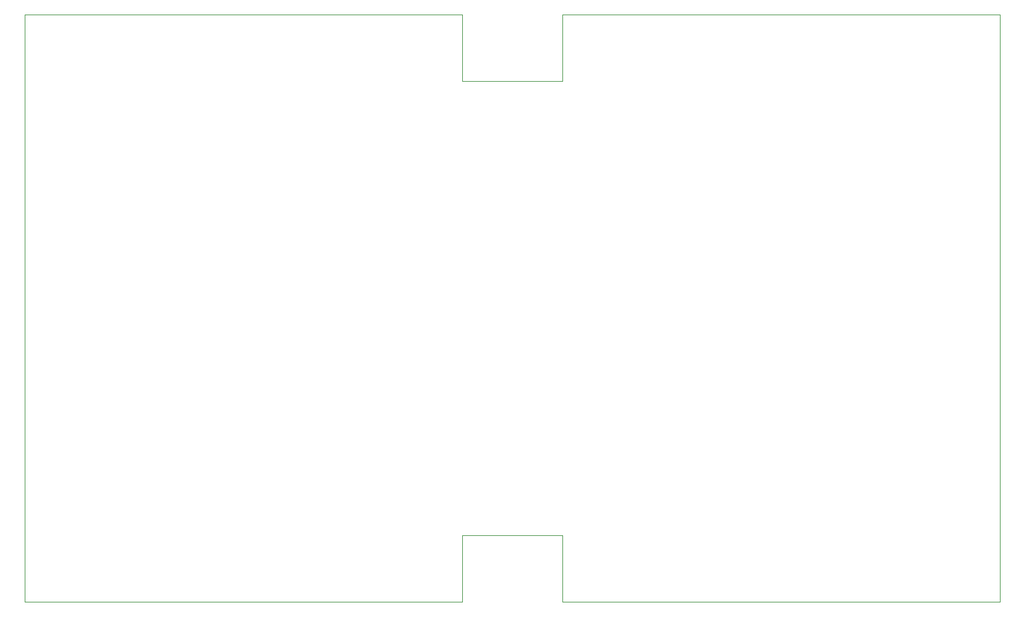
<source format=gbr>
%TF.GenerationSoftware,KiCad,Pcbnew,7.0.9*%
%TF.CreationDate,2024-01-02T09:01:56+07:00*%
%TF.ProjectId,Waterbox 2.1,57617465-7262-46f7-9820-322e312e6b69,rev?*%
%TF.SameCoordinates,Original*%
%TF.FileFunction,Profile,NP*%
%FSLAX46Y46*%
G04 Gerber Fmt 4.6, Leading zero omitted, Abs format (unit mm)*
G04 Created by KiCad (PCBNEW 7.0.9) date 2024-01-02 09:01:56*
%MOMM*%
%LPD*%
G01*
G04 APERTURE LIST*
%TA.AperFunction,Profile*%
%ADD10C,0.100000*%
%TD*%
G04 APERTURE END LIST*
D10*
X118873000Y-61746274D02*
X132208000Y-61746274D01*
X132208000Y-61746274D02*
X132208000Y-52856274D01*
X118873000Y-131342274D02*
X60453000Y-131342274D01*
X190628000Y-52856274D02*
X190628000Y-131342274D01*
X118873000Y-52856274D02*
X118873000Y-61746274D01*
X190628000Y-131342274D02*
X132208000Y-131342274D01*
X132208000Y-131342274D02*
X132208000Y-122452274D01*
X132208000Y-122452274D02*
X118873000Y-122452274D01*
X60453000Y-52856274D02*
X118873000Y-52856274D01*
X118873000Y-122452274D02*
X118873000Y-131342274D01*
X60453000Y-131342274D02*
X60453000Y-52856274D01*
X132208000Y-52856274D02*
X190628000Y-52856274D01*
M02*

</source>
